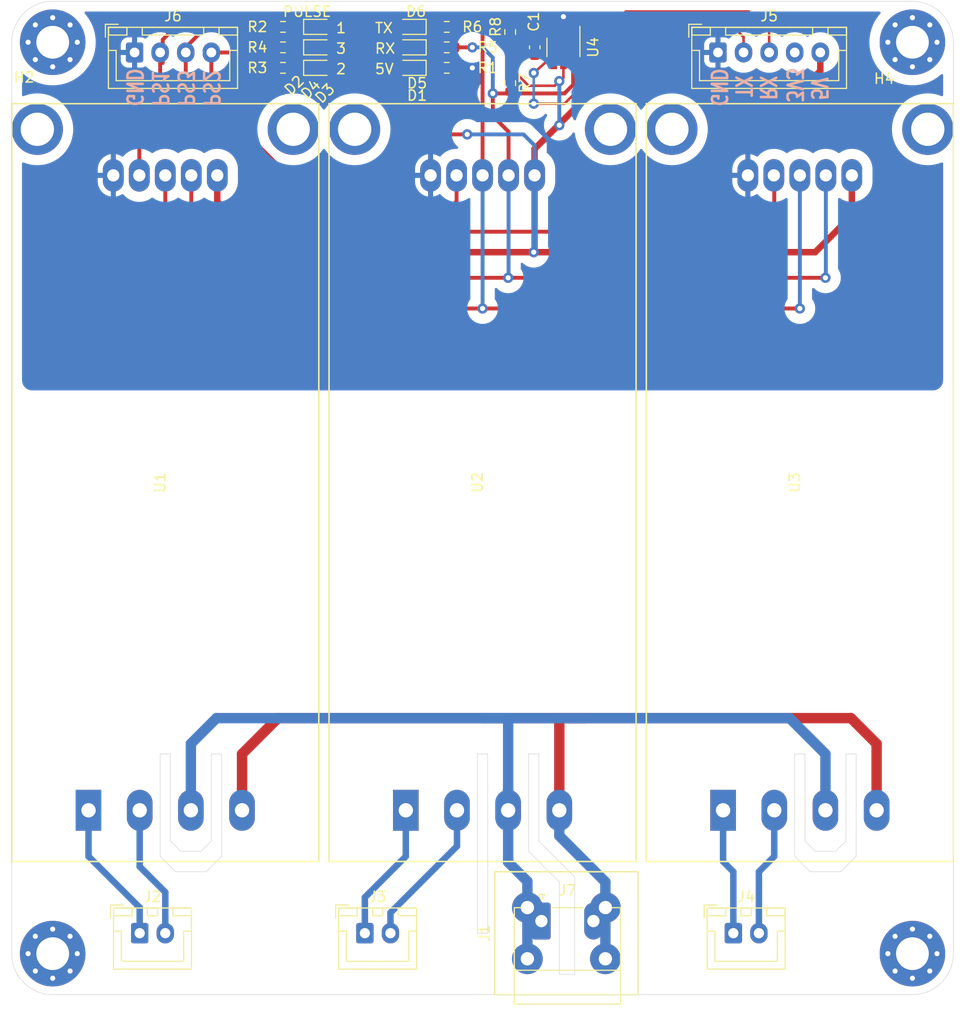
<source format=kicad_pcb>
(kicad_pcb (version 20221018) (generator pcbnew)
  (layers (0 "F.Cu" signal) (31 "B.Cu" signal) (34 "B.Paste" user) (35 "F.Paste" user) (36 "B.SilkS" user "B.Silkscreen") (37 "F.SilkS" user "F.Silkscreen") (38 "B.Mask" user) (39 "F.Mask" user) (44 "Edge.Cuts" user))
  (net 0 "")
  (net 1 "GND")
  (net 2 "+5V")
  (net 3 "+3V3")
  (net 4 "Net-(J3-Pin_1)")
  (net 5 "Net-(J3-Pin_2)")
  (net 6 "Net-(J4-Pin_1)")
  (net 7 "Net-(J1-Pin_1)")
  (net 8 "Net-(D1-K)")
  (net 9 "Net-(D2-K)")
  (net 10 "Net-(D3-K)")
  (net 11 "Net-(D4-K)")
  (net 12 "Net-(D5-K)")
  (net 13 "Net-(D6-K)")
  (net 14 "Net-(J2-Pin_1)")
  (net 15 "Net-(J2-Pin_2)")
  (net 16 "Net-(J4-Pin_2)")
  (net 17 "/TX")
  (net 18 "/RX")
  (net 19 "/BRX")
  (net 20 "/BTX")
  (net 21 "/PPS_2")
  (net 22 "/PPS_3")
  (net 23 "/PPS_1")
  (net 24 "Net-(J1-Pin_2)")
  (footprint "MountingHole:MountingHole_3.2mm_M3_Pad_Via" (layer "F.Cu") (at 88 -93)
    (fp_text reference "H4" (at -2.76 3.556) (layer "F.SilkS"))
    (fp_text value "MountingHole" hide)
    (pad "1" thru_hole circle (at -2.4 0) (size 0.8 0.8) (drill 0.5) (layers "*.Cu" "*.Mask"))
    (pad "1" thru_hole circle (at -1.697056 -1.697056) (size 0.8 0.8) (drill 0.5) (layers "*.Cu" "*.Mask"))
    (pad "1" thru_hole circle (at -1.697056 1.697056) (size 0.8 0.8) (drill 0.5) (layers "*.Cu" "*.Mask"))
    (pad "1" thru_hole circle (at 0 -2.4) (size 0.8 0.8) (drill 0.5) (layers "*.Cu" "*.Mask"))
    (pad "1" thru_hole circle (at 0 0) (size 6.4 6.4) (drill 3.2) (layers "*.Cu" "*.Mask"))
    (pad "1" thru_hole circle (at 0 2.4) (size 0.8 0.8) (drill 0.5) (layers "*.Cu" "*.Mask"))
    (pad "1" thru_hole circle (at 1.697056 -1.697056) (size 0.8 0.8) (drill 0.5) (layers "*.Cu" "*.Mask"))
    (pad "1" thru_hole circle (at 1.697056 1.697056) (size 0.8 0.8) (drill 0.5) (layers "*.Cu" "*.Mask"))
    (pad "1" thru_hole circle (at 2.4 0) (size 0.8 0.8) (drill 0.5) (layers "*.Cu" "*.Mask"))
  )
  (footprint "MountingHole:MountingHole_3.2mm_M3_Pad_Via" (layer "F.Cu") (at 88 -4)
    (fp_text reference "H3" hide)
    (fp_text value "MountingHole")
    (pad "1" thru_hole circle (at -2.4 0) (size 0.8 0.8) (drill 0.5) (layers "*.Cu" "*.Mask"))
    (pad "1" thru_hole circle (at -1.697056 -1.697056) (size 0.8 0.8) (drill 0.5) (layers "*.Cu" "*.Mask"))
    (pad "1" thru_hole circle (at -1.697056 1.697056) (size 0.8 0.8) (drill 0.5) (layers "*.Cu" "*.Mask"))
    (pad "1" thru_hole circle (at 0 -2.4) (size 0.8 0.8) (drill 0.5) (layers "*.Cu" "*.Mask"))
    (pad "1" thru_hole circle (at 0 0) (size 6.4 6.4) (drill 3.2) (layers "*.Cu" "*.Mask"))
    (pad "1" thru_hole circle (at 0 2.4) (size 0.8 0.8) (drill 0.5) (layers "*.Cu" "*.Mask"))
    (pad "1" thru_hole circle (at 1.697056 -1.697056) (size 0.8 0.8) (drill 0.5) (layers "*.Cu" "*.Mask"))
    (pad "1" thru_hole circle (at 1.697056 1.697056) (size 0.8 0.8) (drill 0.5) (layers "*.Cu" "*.Mask"))
    (pad "1" thru_hole circle (at 2.4 0) (size 0.8 0.8) (drill 0.5) (layers "*.Cu" "*.Mask"))
  )
  (footprint "MountingHole:MountingHole_3.2mm_M3_Pad_Via" (layer "F.Cu") (at 4 -93)
    (fp_text reference "H2" (at -2.794 3.429) (layer "F.SilkS"))
    (fp_text value "MountingHole")
    (pad "1" thru_hole circle (at -2.4 0) (size 0.8 0.8) (drill 0.5) (layers "*.Cu" "*.Mask"))
    (pad "1" thru_hole circle (at -1.697056 -1.697056) (size 0.8 0.8) (drill 0.5) (layers "*.Cu" "*.Mask"))
    (pad "1" thru_hole circle (at -1.697056 1.697056) (size 0.8 0.8) (drill 0.5) (layers "*.Cu" "*.Mask"))
    (pad "1" thru_hole circle (at 0 -2.4) (size 0.8 0.8) (drill 0.5) (layers "*.Cu" "*.Mask"))
    (pad "1" thru_hole circle (at 0 0) (size 6.4 6.4) (drill 3.2) (layers "*.Cu" "*.Mask"))
    (pad "1" thru_hole circle (at 0 2.4) (size 0.8 0.8) (drill 0.5) (layers "*.Cu" "*.Mask"))
    (pad "1" thru_hole circle (at 1.697056 -1.697056) (size 0.8 0.8) (drill 0.5) (layers "*.Cu" "*.Mask"))
    (pad "1" thru_hole circle (at 1.697056 1.697056) (size 0.8 0.8) (drill 0.5) (layers "*.Cu" "*.Mask"))
    (pad "1" thru_hole circle (at 2.4 0) (size 0.8 0.8) (drill 0.5) (layers "*.Cu" "*.Mask"))
  )
  (footprint "MountingHole:MountingHole_3.2mm_M3_Pad_Via" (layer "F.Cu") (at 4 -4)
    (fp_text reference "H1" hide)
    (fp_text value "MountingHole")
    (pad "1" thru_hole circle (at -2.4 0) (size 0.8 0.8) (drill 0.5) (layers "*.Cu" "*.Mask"))
    (pad "1" thru_hole circle (at -1.697056 -1.697056) (size 0.8 0.8) (drill 0.5) (layers "*.Cu" "*.Mask"))
    (pad "1" thru_hole circle (at -1.697056 1.697056) (size 0.8 0.8) (drill 0.5) (layers "*.Cu" "*.Mask"))
    (pad "1" thru_hole circle (at 0 -2.4) (size 0.8 0.8) (drill 0.5) (layers "*.Cu" "*.Mask"))
    (pad "1" thru_hole circle (at 0 0) (size 6.4 6.4) (drill 3.2) (layers "*.Cu" "*.Mask"))
    (pad "1" thru_hole circle (at 0 2.4) (size 0.8 0.8) (drill 0.5) (layers "*.Cu" "*.Mask"))
    (pad "1" thru_hole circle (at 1.697056 -1.697056) (size 0.8 0.8) (drill 0.5) (layers "*.Cu" "*.Mask"))
    (pad "1" thru_hole circle (at 1.697056 1.697056) (size 0.8 0.8) (drill 0.5) (layers "*.Cu" "*.Mask"))
    (pad "1" thru_hole circle (at 2.4 0) (size 0.8 0.8) (drill 0.5) (layers "*.Cu" "*.Mask"))
  )
  (footprint "custom:PZEM-004T-100A-D-P" (layer "F.Cu") (at 15 -50 90)
    (fp_text reference "U1" (at 0 -0.5 90 unlocked) (layer "F.SilkS"))
    (fp_text value "~")
    (pad "" thru_hole circle (at 34.5 -12.5 90) (size 5 5) (drill 3.25) (layers "*.Cu" "*.Mask"))
    (pad "" thru_hole circle (at 34.5 12.5 90) (size 5 5) (drill 3.25) (layers "*.Cu" "*.Mask"))
    (pad "1" thru_hole rect (at -32 -7.5 90) (size 4 2.5) (drill 1.4) (layers "*.Cu" "*.Mask") (net 14 "Net-(J2-Pin_1)"))
    (pad "2" thru_hole oval (at -32 -2.5 90) (size 4 2.5) (drill 1.4) (layers "*.Cu" "*.Mask") (net 15 "Net-(J2-Pin_2)"))
    (pad "3" thru_hole oval (at -32 2.5 90) (size 4 2.5) (drill 1.4) (layers "*.Cu" "*.Mask") (net 7 "Net-(J1-Pin_1)"))
    (pad "4" thru_hole oval (at -32 7.5 90) (size 4 2.5) (drill 1.4) (layers "*.Cu" "*.Mask") (net 24 "Net-(J1-Pin_2)"))
    (pad "5" thru_hole oval (at 30 5.08 90) (size 3.175 2.032) (drill 1.2) (layers "*.Cu" "*.Mask") (net 2 "+5V"))
    (pad "6" thru_hole oval (at 30 2.54 90) (size 3.175 2.032) (drill 1.2) (layers "*.Cu" "*.Mask") (net 19 "/BRX"))
    (pad "7" thru_hole oval (at 30 0 90) (size 3.175 2.032) (drill 1.2) (layers "*.Cu" "*.Mask") (net 20 "/BTX"))
    (pad "8" thru_hole oval (at 30 -2.54 90) (size 3.175 2.032) (drill 1.2) (layers "*.Cu" "*.Mask") (net 23 "/PPS_1"))
    (pad "9" thru_hole oval (at 30 -5.08 90) (size 3.175 2.032) (drill 1.2) (layers "*.Cu" "*.Mask") (net 1 "GND"))
  )
  (footprint "Resistor_SMD:R_0603_1608Metric" (layer "F.Cu") (at 42.5 -92.5)
    (fp_text reference "R5" (at 4 0) (layer "F.SilkS"))
    (fp_text value "R_Small")
    (pad "1" smd roundrect (at -0.825 0) (size 0.8 0.95) (layers "F.Cu" "F.Paste" "F.Mask") (net 12 "Net-(D5-K)"))
    (pad "2" smd roundrect (at 0.825 0) (size 0.8 0.95) (layers "F.Cu" "F.Paste" "F.Mask") (net 19 "/BRX"))
  )
  (footprint "Resistor_SMD:R_0603_1608Metric" (layer "F.Cu") (at 26.5 -94.5 180)
    (fp_text reference "R2" (at 2.5 0) (layer "F.SilkS"))
    (fp_text value "R_Small")
    (pad "1" smd roundrect (at -0.825 0 180) (size 0.8 0.95) (layers "F.Cu" "F.Paste" "F.Mask") (net 9 "Net-(D2-K)"))
    (pad "2" smd roundrect (at 0.825 0 180) (size 0.8 0.95) (layers "F.Cu" "F.Paste" "F.Mask") (net 23 "/PPS_1"))
  )
  (footprint "Connector_Phoenix_MC_HighVoltage:PhoenixContact_MC_1,5_2-G-5.08_1x02_P5.08mm_Horizontal" (layer "F.Cu") (at 51.75 -7.1825)
    (fp_text reference "J7" (at 2.54 -3) (layer "F.SilkS"))
    (fp_text value "Conn_01x02")
    (pad "1" thru_hole roundrect (at 0 0) (size 1.8 3.6) (drill 1.2) (layers "*.Cu" "*.Mask") (roundrect_rratio 0.1388888889) (net 7 "Net-(J1-Pin_1)"))
    (pad "2" thru_hole oval (at 5.08 0) (size 1.8 3.6) (drill 1.2) (layers "*.Cu" "*.Mask") (net 24 "Net-(J1-Pin_2)"))
  )
  (footprint "Connector_JST:JST_XH_B2B-XH-A_1x02_P2.50mm_Vertical" (layer "F.Cu") (at 34.5 -6)
    (fp_text reference "J3" (at 1.25 -3.55) (layer "F.SilkS"))
    (fp_text value "Conn_01x04")
    (pad "1" thru_hole roundrect (at 0 0) (size 1.7 2) (drill 1) (layers "*.Cu" "*.Mask") (roundrect_rratio 0.1470588235) (net 4 "Net-(J3-Pin_1)"))
    (pad "2" thru_hole oval (at 2.5 0) (size 1.7 2) (drill 1) (layers "*.Cu" "*.Mask") (net 5 "Net-(J3-Pin_2)"))
  )
  (footprint "Connector_JST:JST_XH_B4B-XH-A_1x04_P2.50mm_Vertical" (layer "F.Cu") (at 12 -92)
    (fp_text reference "J6" (at 3.75 -3.55) (layer "F.SilkS"))
    (fp_text value "Conn_01x05")
    (pad "1" thru_hole roundrect (at 0 0) (size 1.7 1.95) (drill 0.95) (layers "*.Cu" "*.Mask") (roundrect_rratio 0.1470588235) (net 1 "GND"))
    (pad "2" thru_hole oval (at 2.5 0) (size 1.7 1.95) (drill 0.95) (layers "*.Cu" "*.Mask") (net 23 "/PPS_1"))
    (pad "3" thru_hole oval (at 5 0) (size 1.7 1.95) (drill 0.95) (layers "*.Cu" "*.Mask") (net 22 "/PPS_3"))
    (pad "4" thru_hole oval (at 7.5 0) (size 1.7 1.95) (drill 0.95) (layers "*.Cu" "*.Mask") (net 21 "/PPS_2"))
  )
  (footprint "Resistor_SMD:R_0603_1608Metric" (layer "F.Cu") (at 48.7 -89 -90)
    (fp_text reference "R7" (at 0 -1.43 90) (layer "F.SilkS"))
    (fp_text value "R_Small")
    (pad "1" smd roundrect (at -0.825 0 270) (size 0.8 0.95) (layers "F.Cu" "F.Paste" "F.Mask") (net 2 "+5V"))
    (pad "2" smd roundrect (at 0.825 0 270) (size 0.8 0.95) (layers "F.Cu" "F.Paste" "F.Mask") (net 19 "/BRX"))
  )
  (footprint "Connector_JST:JST_XH_B5B-XH-A_1x05_P2.50mm_Vertical" (layer "F.Cu") (at 69 -92)
    (fp_text reference "J5" (at 5 -3.55) (layer "F.SilkS"))
    (fp_text value "Conn_01x05")
    (pad "1" thru_hole roundrect (at 0 0) (size 1.7 1.95) (drill 0.95) (layers "*.Cu" "*.Mask") (roundrect_rratio 0.1470588235) (net 1 "GND"))
    (pad "2" thru_hole oval (at 2.5 0) (size 1.7 1.95) (drill 0.95) (layers "*.Cu" "*.Mask") (net 17 "/TX"))
    (pad "3" thru_hole oval (at 5 0) (size 1.7 1.95) (drill 0.95) (layers "*.Cu" "*.Mask") (net 18 "/RX"))
    (pad "4" thru_hole oval (at 7.5 0) (size 1.7 1.95) (drill 0.95) (layers "*.Cu" "*.Mask") (net 3 "+3V3"))
    (pad "5" thru_hole oval (at 10 0) (size 1.7 1.95) (drill 0.95) (layers "*.Cu" "*.Mask") (net 2 "+5V"))
  )
  (footprint "LED_SMD:LED_0603_1608Metric" (layer "F.Cu") (at 39 -90.5 180)
    (fp_text reference "D1" (at -0.6 -2.7) (layer "F.SilkS"))
    (fp_text value "LED")
    (pad "1" smd roundrect (at -0.7875 0 180) (size 0.875 0.95) (layers "F.Cu" "F.Paste" "F.Mask") (net 8 "Net-(D1-K)"))
    (pad "2" smd roundrect (at 0.7875 0 180) (size 0.875 0.95) (layers "F.Cu" "F.Paste" "F.Mask") (net 2 "+5V"))
  )
  (footprint "Connector_JST:JST_XH_B2B-XH-A_1x02_P2.50mm_Vertical" (layer "F.Cu") (at 70.5 -6)
    (fp_text reference "J4" (at 1.25 -3.55) (layer "F.SilkS"))
    (fp_text value "Conn_01x04")
    (pad "1" thru_hole roundrect (at 0 0) (size 1.7 2) (drill 1) (layers "*.Cu" "*.Mask") (roundrect_rratio 0.1470588235) (net 6 "Net-(J4-Pin_1)"))
    (pad "2" thru_hole oval (at 2.5 0) (size 1.7 2) (drill 1) (layers "*.Cu" "*.Mask") (net 16 "Net-(J4-Pin_2)"))
  )
  (footprint "custom:WE 691411410002 - 2 Pin Wire-To-Board Terminal Block" (layer "F.Cu") (at 54.19 -6 90)
    (fp_text reference "J1" (at 0 -8 90) (layer "F.SilkS"))
    (fp_text value "Conn_01x02")
    (pad "1" thru_hole circle (at -2.5 -3.81 90) (size 3 3) (drill 1.3) (layers "*.Cu" "*.Mask") (net 7 "Net-(J1-Pin_1)"))
    (pad "1" thru_hole circle (at 2.5 -3.81 90) (size 3 3) (drill 1.3) (layers "*.Cu" "*.Mask") (net 7 "Net-(J1-Pin_1)"))
    (pad "2" thru_hole circle (at -2.5 3.81 90) (size 3 3) (drill 1.3) (layers "*.Cu" "*.Mask") (net 24 "Net-(J1-Pin_2)"))
    (pad "2" thru_hole circle (at 2.5 3.81 90) (size 3 3) (drill 1.3) (layers "*.Cu" "*.Mask") (net 24 "Net-(J1-Pin_2)"))
  )
  (footprint "Connector_JST:JST_XH_B2B-XH-A_1x02_P2.50mm_Vertical" (layer "F.Cu") (at 12.5 -6)
    (fp_text reference "J2" (at 1.25 -3.55) (layer "F.SilkS"))
    (fp_text value "Conn_01x04")
    (pad "1" thru_hole roundrect (at 0 0) (size 1.7 2) (drill 1) (layers "*.Cu" "*.Mask") (roundrect_rratio 0.1470588235) (net 14 "Net-(J2-Pin_1)"))
    (pad "2" thru_hole oval (at 2.5 0) (size 1.7 2) (drill 1) (layers "*.Cu" "*.Mask") (net 15 "Net-(J2-Pin_2)"))
  )
  (footprint "Resistor_SMD:R_0603_1608Metric" (layer "F.Cu") (at 42.5 -90.5)
    (fp_text reference "R1" (at 4 0) (layer "F.SilkS"))
    (fp_text value "R_Small")
    (pad "1" smd roundrect (at -0.825 0) (size 0.8 0.95) (layers "F.Cu" "F.Paste" "F.Mask") (net 8 "Net-(D1-K)"))
    (pad "2" smd roundrect (at 0.825 0) (size 0.8 0.95) (layers "F.Cu" "F.Paste" "F.Mask") (net 1 "GND"))
  )
  (footprint "Resistor_SMD:R_0603_1608Metric" (layer "F.Cu") (at 42.5 -94.5)
    (fp_text reference "R6" (at 2.5 0) (layer "F.SilkS"))
    (fp_text value "R_Small")
    (pad "1" smd roundrect (at -0.825 0) (size 0.8 0.95) (layers "F.Cu" "F.Paste" "F.Mask") (net 13 "Net-(D6-K)"))
    (pad "2" smd roundrect (at 0.825 0) (size 0.8 0.95) (layers "F.Cu" "F.Paste" "F.Mask") (net 20 "/BTX"))
  )
  (footprint "Capacitor_SMD:C_0603_1608Metric" (layer "F.Cu") (at 51.1 -92.5 90)
    (fp_text reference "C1" (at 2.5 -0.1 90) (layer "F.SilkS"))
    (fp_text value "0.1u")
    (pad "1" smd roundrect (at -0.775 0 90) (size 0.9 0.95) (layers "F.Cu" "F.Paste" "F.Mask") (net 2 "+5V"))
    (pad "2" smd roundrect (at 0.775 0 90) (size 0.9 0.95) (layers "F.Cu" "F.Paste" "F.Mask") (net 1 "GND"))
  )
  (footprint "Resistor_SMD:R_0603_1608Metric" (layer "F.Cu") (at 48.7 -94 90)
    (fp_text reference "R8" (at 0.5 -1.43 90) (layer "F.SilkS"))
    (fp_text value "R_Small")
    (pad "1" smd roundrect (at -0.825 0 90) (size 0.8 0.95) (layers "F.Cu" "F.Paste" "F.Mask") (net 2 "+5V"))
    (pad "2" smd roundrect (at 0.825 0 90) (size 0.8 0.95) (layers "F.Cu" "F.Paste" "F.Mask") (net 20 "/BTX"))
  )
  (footprint "custom:PZEM-004T-100A-D-P" (layer "F.Cu") (at 46 -50 90)
    (fp_text reference "U2" (at 0 -0.5 90 unlocked) (layer "F.SilkS"))
    (fp_text value "~")
    (pad "" thru_hole circle (at 34.5 -12.5 90) (size 5 5) (drill 3.25) (layers "*.Cu" "*.Mask"))
    (pad "" thru_hole circle (at 34.5 12.5 90) (size 5 5) (drill 3.25) (layers "*.Cu" "*.Mask"))
    (pad "1" thru_hole rect (at -32 -7.5 90) (size 4 2.5) (drill 1.4) (layers "*.Cu" "*.Mask") (net 4 "Net-(J3-Pin_1)"))
    (pad "2" thru_hole oval (at -32 -2.5 90) (size 4 2.5) (drill 1.4) (layers "*.Cu" "*.Mask") (net 5 "Net-(J3-Pin_2)"))
    (pad "3" thru_hole oval (at -32 2.5 90) (size 4 2.5) (drill 1.4) (layers "*.Cu" "*.Mask") (net 7 "Net-(J1-Pin_1)"))
    (pad "4" thru_hole oval (at -32 7.5 90) (size 4 2.5) (drill 1.4) (layers "*.Cu" "*.Mask") (net 24 "Net-(J1-Pin_2)"))
    (pad "5" thru_hole oval (at 30 5.08 90) (size 3.175 2.032) (drill 1.2) (layers "*.Cu" "*.Mask") (net 2 "+5V"))
    (pad "6" thru_hole oval (at 30 2.54 90) (size 3.175 2.032) (drill 1.2) (layers "*.Cu" "*.Mask") (net 19 "/BRX"))
    (pad "7" thru_hole oval (at 30 0 90) (size 3.175 2.032) (drill 1.2) (layers "*.Cu" "*.Mask") (net 20 "/BTX"))
    (pad "8" thru_hole oval (at 30 -2.54 90) (size 3.175 2.032) (drill 1.2) (layers "*.Cu" "*.Mask") (net 21 "/PPS_2"))
    (pad "9" thru_hole oval (at 30 -5.08 90) (size 3.175 2.032) (drill 1.2) (layers "*.Cu" "*.Mask") (net 1 "GND"))
  )
  (footprint "custom:PZEM-004T-100A-D-P" (layer "F.Cu") (at 77 -50 90)
    (fp_text reference "U3" (at 0 -0.5 90 unlocked) (layer "F.SilkS"))
    (fp_text value "~")
    (pad "" thru_hole circle (at 34.5 -12.5 90) (size 5 5) (drill 3.25) (layers "*.Cu" "*.Mask"))
    (pad "" thru_hole circle (at 34.5 12.5 90) (size 5 5) (drill 3.25) (layers "*.Cu" "*.Mask"))
    (pad "1" thru_hole rect (at -32 -7.5 90) (size 4 2.5) (drill 1.4) (layers "*.Cu" "*.Mask") (net 6 "Net-(J4-Pin_1)"))
    (pad "2" thru_hole oval (at -32 -2.5 90) (size 4 2.5) (drill 1.4) (layers "*.Cu" "*.Mask") (net 16 "Net-(J4-Pin_2)"))
    (pad "3" thru_hole oval (at -32 2.5 90) (size 4 2.5) (drill 1.4) (layers "*.Cu" "*.Mask") (net 7 "Net-(J1-Pin_1)"))
    (pad "4" thru_hole oval (at -32 7.5 90) (size 4 2.5) (drill 1.4) (layers "*.Cu" "*.Mask") (net 24 "Net-(J1-Pin_2)"))
    (pad "5" thru_hole oval (at 30 5.08 90) (size 3.175 2.032) (drill 1.2) (layers "*.Cu" "*.Mask") (net 2 "+5V"))
    (pad "6" thru_hole oval (at 30 2.54 90) (size 3.175 2.032) (drill 1.2) (layers "*.Cu" "*.Mask") (net 19 "/BRX"))
    (pad "7" thru_hole oval (at 30 0 90) (size 3.175 2.032) (drill 1.2) (layers "*.Cu" "*.Mask") (net 20 "/BTX"))
    (pad "8" thru_hole oval (at 30 -2.54 90) (size 3.175 2.032) (drill 1.2) (layers "*.Cu" "*.Mask") (net 22 "/PPS_3"))
    (pad "9" thru_hole oval (at 30 -5.08 90) (size 3.175 2.032) (drill 1.2) (layers "*.Cu" "*.Mask") (net 1 "GND"))
  )
  (footprint "LED_SMD:LED_0603_1608Metric" (layer "F.Cu") (at 39 -92.5 180)
    (fp_text reference "D5" (at -0.6 -3.5) (layer "F.SilkS"))
    (fp_text value "LED")
    (pad "1" smd roundrect (at -0.7875 0 180) (size 0.875 0.95) (layers "F.Cu" "F.Paste" "F.Mask") (net 12 "Net-(D5-K)"))
    (pad "2" smd roundrect (at 0.7875 0 180) (size 0.875 0.95) (layers "F.Cu" "F.Paste" "F.Mask") (net 2 "+5V"))
  )
  (footprint "LED_SMD:LED_0603_1608Metric" (layer "F.Cu") (at 30 -90.5)
    (fp_text reference "D3" (at 0.6 2.5 45) (layer "F.SilkS"))
    (fp_text value "LED")
    (pad "1" smd roundrect (at -0.7875 0) (size 0.875 0.95) (layers "F.Cu" "F.Paste" "F.Mask") (net 10 "Net-(D3-K)"))
    (pad "2" smd roundrect (at 0.7875 0) (size 0.875 0.95) (layers "F.Cu" "F.Paste" "F.Mask") (net 2 "+5V"))
  )
  (footprint "Resistor_SMD:R_0603_1608Metric" (layer "F.Cu") (at 26.5 -92.5 180)
    (fp_text reference "R4" (at 2.5 0) (layer "F.SilkS"))
    (fp_text value "R_Small")
    (pad "1" smd roundrect (at -0.825 0 180) (size 0.8 0.95) (layers "F.Cu" "F.Paste" "F.Mask") (net 11 "Net-(D4-K)"))
    (pad "2" smd roundrect (at 0.825 0 180) (size 0.8 0.95) (layers "F.Cu" "F.Paste" "F.Mask") (net 22 "/PPS_3"))
  )
  (footprint "LED_SMD:LED_0603_1608Metric" (layer "F.Cu") (at 30 -92.5)
    (fp_text reference "D4" (at -0.8 4.1 45) (layer "F.SilkS"))
    (fp_text value "LED")
    (pad "1" smd roundrect (at -0.7875 0) (size 0.875 0.95) (layers "F.Cu" "F.Paste" "F.Mask") (net 11 "Net-(D4-K)"))
    (pad "2" smd roundrect (at 0.7875 0) (size 0.875 0.95) (layers "F.Cu" "F.Paste" "F.Mask") (net 2 "+5V"))
  )
  (footprint "Package_TO_SOT_SMD:SOT-23-6_Handsoldering" (layer "F.Cu") (at 53.9 -92.5 -90)
    (fp_text reference "U4" (at 0 -2.9 -90) (layer "F.SilkS"))
    (fp_text value "74AUC2G07")
    (pad "1" smd rect (at -1.35 -0.95 270) (size 1.56 0.65) (layers "F.Cu" "F.Paste" "F.Mask") (net 18 "/RX"))
    (pad "2" smd rect (at -1.35 0 270) (size 1.56 0.65) (layers "F.Cu" "F.Paste" "F.Mask") (net 1 "GND"))
    (pad "3" smd rect (at -1.35 0.95 270) (size 1.56 0.65) (layers "F.Cu" "F.Paste" "F.Mask") (net 20 "/BTX"))
    (pad "4" smd rect (at 1.35 0.95 270) (size 1.56 0.65) (layers "F.Cu" "F.Paste" "F.Mask") (net 17 "/TX"))
    (pad "5" smd rect (at 1.35 0 270) (size 1.56 0.65) (layers "F.Cu" "F.Paste" "F.Mask") (net 2 "+5V"))
    (pad "6" smd rect (at 1.35 -0.95 270) (size 1.56 0.65) (layers "F.Cu" "F.Paste" "F.Mask") (net 19 "/BRX"))
  )
  (footprint "LED_SMD:LED_0603_1608Metric" (layer "F.Cu") (at 39 -94.5 180)
    (fp_text reference "D6" (at -0.5 1.5) (layer "F.SilkS"))
    (fp_text value "LED")
    (pad "1" smd roundrect (at -0.7875 0 180) (size 0.875 0.95) (layers "F.Cu" "F.Paste" "F.Mask") (net 13 "Net-(D6-K)"))
    (pad "2" smd roundrect (at 0.7875 0 180) (size 0.875 0.95) (layers "F.Cu" "F.Paste" "F.Mask") (net 2 "+5V"))
  )
  (footprint "Resistor_SMD:R_0603_1608Metric" (layer "F.Cu") (at 26.5 -90.5 180)
    (fp_text reference "R3" (at 2.5 0) (layer "F.SilkS"))
    (fp_text value "R_Small")
    (pad "1" smd roundrect (at -0.825 0 180) (size 0.8 0.95) (layers "F.Cu" "F.Paste" "F.Mask") (net 10 "Net-(D3-K)"))
    (pad "2" smd roundrect (at 0.825 0 180) (size 0.8 0.95) (layers "F.Cu" "F.Paste" "F.Mask") (net 21 "/PPS_2"))
  )
  (footprint "LED_SMD:LED_0603_1608Metric" (layer "F.Cu") (at 30 -94.5)
    (fp_text reference "D2" (at -2.4 5.7 45) (layer "F.SilkS"))
    (fp_text value "LED")
    (pad "1" smd roundrect (at -0.7875 0) (size 0.875 0.95) (layers "F.Cu" "F.Paste" "F.Mask") (net 9 "Net-(D2-K)"))
    (pad "2" smd roundrect (at 0.7875 0) (size 0.875 0.95) (layers "F.Cu" "F.Paste" "F.Mask") (net 2 "+5V"))
  )
  (gr_line (start 51.5 -23.5) (end 50.5 -23.5) (stroke (width 0.05)) (layer "Edge.Cuts"))
  (gr_line (start 19.5 -15) (end 18.5 -14) (stroke (width 0.05)) (layer "Edge.Cuts"))
  (gr_line (start 82.5 -13.5) (end 81 -12) (stroke (width 0.05)) (layer "Edge.Cuts"))
  (gr_line (start 80.5 -14) (end 78.5 -14) (stroke (width 0.05)) (layer "Edge.Cuts"))
  (gr_line (start 45.5 -23.5) (end 45.5 -6) (stroke (width 0.05)) (layer "Edge.Cuts"))
  (gr_line (start 15.5 -15) (end 15.5 -23.5) (stroke (width 0.05)) (layer "Edge.Cuts"))
  (gr_line (start 4 0) (end 88 0) (stroke (width 0.05)) (layer "Edge.Cuts"))
  (gr_line (start 81 -12) (end 78 -12) (stroke (width 0.05)) (layer "Edge.Cuts"))
  (gr_line (start 50.5 -14) (end 53.5 -11) (stroke (width 0.05)) (layer "Edge.Cuts"))
  (gr_line (start 16.5 -14) (end 15.5 -15) (stroke (width 0.05)) (layer "Edge.Cuts"))
  (gr_line (start 20.5 -13.5) (end 19 -12) (stroke (width 0.05)) (layer "Edge.Cuts"))
  (gr_arc (start 4 0) (mid 1.171573 -1.171573) (end 0 -4) (stroke (width 0.05)) (layer "Edge.Cuts"))
  (gr_line (start 18.5 -14) (end 16.5 -14) (stroke (width 0.05)) (layer "Edge.Cuts"))
  (gr_line (start 76.5 -23.5) (end 76.5 -13.5) (stroke (width 0.05)) (layer "Edge.Cuts"))
  (gr_arc (start 88 -97) (mid 90.828427 -95.828427) (end 92 -93) (stroke (width 0.05)) (layer "Edge.Cuts"))
  (gr_line (start 81.5 -15) (end 80.5 -14) (stroke (width 0.05)) (layer "Edge.Cuts"))
  (gr_line (start 78 -12) (end 76.5 -13.5) (stroke (width 0.05)) (layer "Edge.Cuts"))
  (gr_line (start 78.5 -14) (end 77.5 -15) (stroke (width 0.05)) (layer "Edge.Cuts"))
  (gr_line (start 20.5 -13.5) (end 20.5 -23.5) (stroke (width 0.05)) (layer "Edge.Cuts"))
  (gr_line (start 88 -97) (end 4 -97) (stroke (width 0.05)) (layer "Edge.Cuts"))
  (gr_line (start 82.5 -13.5) (end 82.5 -23.5) (stroke (width 0.05)) (layer "Edge.Cuts"))
  (gr_line (start 16 -12) (end 14.5 -13.5) (stroke (width 0.05)) (layer "Edge.Cuts"))
  (gr_line (start 77.5 -23.5) (end 76.5 -23.5) (stroke (width 0.05)) (layer "Edge.Cuts"))
  (gr_line (start 46.5 -6) (end 46.5 -23.5) (stroke (width 0.05)) (layer "Edge.Cuts"))
  (gr_line (start 81.5 -23.5) (end 81.5 -15) (stroke (width 0.05)) (layer "Edge.Cuts"))
  (gr_arc (start 0 -93) (mid 1.171573 -95.828427) (end 4 -97) (stroke (width 0.05)) (layer "Edge.Cuts"))
  (gr_line (start 53.5 -2) (end 55 -2) (stroke (width 0.05)) (layer "Edge.Cuts"))
  (gr_line (start 46.5 -6) (end 45.5 -6) (stroke (width 0.05)) (layer "Edge.Cuts"))
  (gr_line (start 53.5 -11) (end 53.5 -2) (stroke (width 0.05)) (layer "Edge.Cuts"))
  (gr_line (start 19 -12) (end 16 -12) (stroke (width 0.05)) (layer "Edge.Cuts"))
  (gr_line (start 51.5 -15) (end 51.5 -23.5) (stroke (width 0.05)) (layer "Edge.Cuts"))
  (gr_line (start 46.5 -23.5) (end 45.5 -23.5) (stroke (width 0.05)) (layer "Edge.Cuts"))
  (gr_arc (start 92 -4) (mid 90.828427 -1.171573) (end 88 0) (stroke (width 0.05)) (layer "Edge.Cuts"))
  (gr_line (start 55 -11.5) (end 51.5 -15) (stroke (width 0.05)) (layer "Edge.Cuts"))
  (gr_line (start 92 -4) (end 92 -93) (stroke (width 0.05)) (layer "Edge.Cuts"))
  (gr_line (start 15.5 -23.5) (end 14.5 -23.5) (stroke (width 0.05)) (layer "Edge.Cuts"))
  (gr_line (start 50.5 -23.5) (end 50.5 -14) (stroke (width 0.05)) (layer "Edge.Cuts"))
  (gr_line (start 82.5 -23.5) (end 81.5 -23.5) (stroke (width 0.05)) (layer "Edge.Cuts"))
  (gr_line (start 20.5 -23.5) (end 19.5 -23.5) (stroke (width 0.05)) (layer "Edge.Cuts"))
  (gr_line (start 0 -93) (end 0 -4) (stroke (width 0.05)) (layer "Edge.Cuts"))
  (gr_line (start 55 -2) (end 55 -11.5) (stroke (width 0.05)) (layer "Edge.Cuts"))
  (gr_line (start 14.5 -23.5) (end 14.5 -13.5) (stroke (width 0.05)) (layer "Edge.Cuts"))
  (gr_line (start 77.5 -15) (end 77.5 -23.5) (stroke (width 0.05)) (layer "Edge.Cuts"))
  (gr_line (start 19.5 -23.5) (end 19.5 -15) (stroke (width 0.05)) (layer "Edge.Cuts"))
  (gr_text "PS2" (at 18.6 -86.6 270) (layer "B.SilkS") (effects (font (size 1.5 1.2) (thickness 0.25) bold) (justify left bottom mirror)))
  (gr_text "PS3" (at 16.1 -86.6 270) (layer "B.SilkS") (effects (font (size 1.5 1.2) (thickness 0.25) bold) (justify left bottom mirror)))
  (gr_text "PS1" (at 13.6 -86.6 270) (layer "B.SilkS") (effects (font (size 1.5 1.2) (thickness 0.25) bold) (justify left bottom mirror)))
  (gr_text "GND" (at 11.1 -86.6 270) (layer "B.SilkS") (effects (font (size 1.5 1.2) (thickness 0.25) bold) (justify left bottom mirror)))
  (gr_text "5V" (at 78 -87.2 270) (layer "B.SilkS") (effects (font (size 1.5 1.2) (thickness 0.25) bold) (justify left bottom mirror)))
  (gr_text "TX" (at 70.6 -87.5 270) (layer "B.SilkS") (effects (font (size 1.5 1.2) (thickness 0.25) bold) (justify left bottom mirror)))
  (gr_text "RX" (at 73 -87.2 270) (layer "B.SilkS") (effects (font (size 1.5 1.2) (thickness 0.25) bold) (justify left bottom mirror)))
  (gr_text "3V3" (at 75.6 -87 270) (layer "B.SilkS") (effects (font (size 1.5 1.2) (thickness 0.25) bold) (justify left bottom mirror)))
  (gr_text "GND" (at 68.2 -86.6 270) (layer "B.SilkS") (effects (font (size 1.5 1.2) (thickness 0.25) bold) (justify left bottom mirror)))
  (gr_text "RX" (at 35.4 -91.8) (layer "F.SilkS") (effects (font (size 1 1)) (justify left bottom)))
  (gr_text "2" (at 31.6 -89.8) (layer "F.SilkS") (effects (font (size 1 1)) (justify left bottom)))
  (gr_text "PULSE" (at 26.4 -95.4) (layer "F.SilkS") (effects (font (size 1 1)) (justify left bottom)))
  (gr_text "3" (at 31.6 -91.8) (layer "F.SilkS") (effects (font (size 1 1)) (justify left bottom)))
  (gr_text "1" (at 31.6 -93.8) (layer "F.SilkS") (effects (font (size 1 1)) (justify left bottom)))
  (gr_text "5V" (at 35.4 -89.8) (layer "F.SilkS") (effects (font (size 1 1)) (justify left bottom)))
  (gr_text "TX" (at 35.4 -93.8) (layer "F.SilkS") (effects (font (size 1 1)) (justify left bottom)))
  (segment (start 53.7 -92.7) (end 52.9 -92.7) (width 0.25) (layer "F.Cu") (net 1))
  (segment (start 53.9 -93.83) (end 53.9 -92.9) (width 0.25) (layer "F.Cu") (net 1))
  (segment (start 51.1 -93.275) (end 51.675 -92.7) (width 0.25) (layer "F.Cu") (net 1))
  (segment (start 52.5 -92.7) (end 52.9 -92.7) (width 0.25) (layer "F.Cu") (net 1))
  (segment (start 53.9 -92.9) (end 53.7 -92.7) (width 0.25) (layer "F.Cu") (net 1))
  (segment (start 52.275 -92.7) (end 52.5 -92.7) (width 0.25) (layer "F.Cu") (net 1))
  (segment (start 53.9 -93.83) (end 53.9 -95.5) (width 0.25) (layer "F.Cu") (net 1))
  (segment (start 43.325 -90.5) (end 45 -90.5) (width 0.25) (layer "F.Cu") (net 1))
  (segment (start 51.675 -92.7) (end 52.5 -92.7) (width 0.25) (layer "F.Cu") (net 1))
  (via (at 53.9 -95.5) (size 1) (drill 0.5) (layers "F.Cu" "B.Cu") (net 1))
  (via (at 45 -90.5) (size 1) (drill 0.5) (layers "F.Cu" "B.Cu") (net 1))
  (segment (start 53.9 -91.17) (end 53.9 -89.5) (width 0.25) (layer "F.Cu") (net 2))
  (segment (start 78.5 -72.5) (end 82.08 -76.08) (width 0.635) (layer "F.Cu") (net 2))
  (segment (start 57.5 -89) (end 51.08 -82.58) (width 0.635) (layer "F.Cu") (net 2))
  (segment (start 38.2125 -87.2875) (end 41.5 -84) (width 0.381) (layer "F.Cu") (net 2))
  (segment (start 20.08 -77.42) (end 25 -72.5) (width 0.635) (layer "F.Cu") (net 2))
  (segment (start 53.9 -92.1) (end 53.75 -92.25) (width 0.25) (layer "F.Cu") (net 2))
  (segment (start 51.5 -72.5) (end 78.5 -72.5) (width 0.635) (layer "F.Cu") (net 2))
  (segment (start 79 -90.2) (end 77.8 -89) (width 0.635) (layer "F.Cu") (net 2))
  (segment (start 20.08 -80) (end 20.08 -77.42) (width 0.635) (layer "F.Cu") (net 2))
  (segment (start 51.08 -82.58) (end 51.08 -80) (width 0.635) (layer "F.Cu") (net 2))
  (segment (start 52.9 -92.25) (end 51.625 -92.25) (width 0.25) (layer "F.Cu") (net 2))
  (segment (start 51.625 -92.25) (end 51.1 -91.725) (width 0.25) (layer "F.Cu") (net 2))
  (segment (start 48.7 -93.175) (end 48.7 -92) (width 0.25) (layer "F.Cu") (net 2))
  (segment (start 52.9 -92.25) (end 52.225 -92.25) (width 0.25) (layer "F.Cu") (net 2))
  (segment (start 48.7 -92) (end 48.7 -89.825) (width 0.25) (layer "F.Cu") (net 2))
  (segment (start 53.9 -91.17) (end 53.9 -92.1) (width 0.25) (layer "F.Cu") (net 2))
  (segment (start 79 -92) (end 79 -90.2) (width 0.635) (layer "F.Cu") (net 2))
  (segment (start 50.5 -88.75) (end 53.05 -88.75) (width 0.25) (layer "F.Cu") (net 2))
  (segment (start 25 -72.5) (end 51 -72.5) (width 0.635) (layer "F.Cu") (net 2))
  (segment (start 53.05 -88.75) (end 53.5 -89.2) (width 0.25) (layer "F.Cu") (net 2))
  (segment (start 49.425 -89.825) (end 50.5 -88.75) (width 0.25) (layer "F.Cu") (net 2))
  (segment (start 41.5 -84) (end 44.5 -84) (width 0.381) (layer "F.Cu") (net 2))
  (segment (start 30.7875 -90.5) (end 38.2125 -90.5) (width 0.381) (layer "F.Cu") (net 2))
  (segment (start 38.2125 -94.5) (end 38.2125 -87.2875) (width 0.381) (layer "F.Cu") (net 2))
  (segment (start 48.7 -91.725) (end 48.7 -92) (width 0.25) (layer "F.Cu") (net 2))
  (segment (start 77.8 -89) (end 57.5 -89) (width 0.635) (layer "F.Cu") (net 2))
  (segment (start 48.7 -89.825) (end 49.425 -89.825) (width 0.25) (layer "F.Cu") (net 2))
  (segment (start 82.08 -76.08) (end 82.08 -80) (width 0.635) (layer "F.Cu") (net 2))
  (segment (start 30.7875 -94.5) (end 30.7875 -90.5) (width 0.381) (layer "F.Cu") (net 2))
  (segment (start 53.75 -92.25) (end 52.9 -92.25) (width 0.25) (layer "F.Cu") (net 2))
  (via (at 53.5 -89.2) (size 1) (drill 0.5) (layers "F.Cu" "B.Cu") (net 2))
  (via (at 44.5 -84) (size 1) (drill 0.5) (layers "F.Cu" "B.Cu") (net 2))
  (via (at 53.5 -84.9) (size 1) (drill 0.5) (layers "F.Cu" "B.Cu") (net 2))
  (via (at 51 -72.5) (size 1) (drill 0.5) (layers "F.Cu" "B.Cu") (net 2))
  (segment (start 44.5 -84) (end 50 -84) (width 0.381) (layer "B.Cu") (net 2))
  (segment (start 53.5 -89.2) (end 53.5 -84.9) (width 0.381) (layer "B.Cu") (net 2))
  (segment (start 51.08 -82.92) (end 51.08 -80) (width 0.381) (layer "B.Cu") (net 2))
  (segment (start 51.08 -80) (end 51.08 -72.58) (width 0.635) (layer "B.Cu") (net 2))
  (segment (start 51.08 -72.58) (end 51 -72.5) (width 0.635) (layer "B.Cu") (net 2))
  (segment (start 50 -84) (end 51.08 -82.92) (width 0.381) (layer "B.Cu") (net 2))
  (segment (start 38.5 -13.5) (end 34.5 -9.5) (width 0.635) (layer "B.Cu") (net 4))
  (segment (start 34.5 -9.5) (end 34.5 -6) (width 0.635) (layer "B.Cu") (net 4))
  (segment (start 38.5 -18) (end 38.5 -13.5) (width 0.635) (layer "B.Cu") (net 4))
  (segment (start 43.5 -18) (end 43.5 -14.5) (width 0.635) (layer "B.Cu") (net 5))
  (segment (start 43.5 -14.5) (end 37 -8) (width 0.635) (layer "B.Cu") (net 5))
  (segment (start 37 -8) (end 37 -6) (width 0.635) (layer "B.Cu") (net 5))
  (segment (start 69.5 -13) (end 70.5 -12) (width 0.635) (layer "B.Cu") (net 6))
  (segment (start 69.5 -18) (end 69.5 -13) (width 0.635) (layer "B.Cu") (net 6))
  (segment (start 70.5 -6) (end 70.5 -12) (width 0.635) (layer "B.Cu") (net 6))
  (segment (start 79.5 -18) (end 79.5 -23.5) (width 1.016) (layer "B.Cu") (net 7))
  (segment (start 48.5 -20) (end 48.5 -12.94) (width 1.016) (layer "B.Cu") (net 7))
  (segment (start 48.5 -20) (end 48.5 -27) (width 1.016) (layer "B.Cu") (net 7))
  (segment (start 50.38 -8.5) (end 50.38 -3.5) (width 1.016) (layer "B.Cu") (net 7))
  (segment (start 46 -27) (end 20 -27) (width 1.016) (layer "B.Cu") (net 7))
  (segment (start 48.5 -27) (end 46 -27) (width 1.016) (layer "B.Cu") (net 7))
  (segment (start 17.5 -24.5) (end 17.5 -18) (width 1.016) (layer "B.Cu") (net 7))
  (segment (start 48.5 -18) (end 48.5 -20) (width 1.016) (layer "B.Cu") (net 7))
  (segment (start 76 -27) (end 46 -27) (width 1.016) (layer "B.Cu") (net 7))
  (segment (start 79.5 -23.5) (end 76 -27) (width 1.016) (layer "B.Cu") (net 7))
  (segment (start 50.38 -11.06) (end 50.38 -8.5) (width 1.016) (layer "B.Cu") (net 7))
  (segment (start 20 -27) (end 17.5 -24.5) (width 1.016) (layer "B.Cu") (net 7))
  (segment (start 48.5 -12.94) (end 50.38 -11.06) (width 1.016) (layer "B.Cu") (net 7))
  (segment (start 39.7875 -90.5) (end 41.675 -90.5) (width 0.25) (layer "F.Cu") (net 8))
  (segment (start 27.325 -94.5) (end 29.2125 -94.5) (width 0.381) (layer "F.Cu") (net 9))
  (segment (start 27.325 -90.5) (end 29.2125 -90.5) (width 0.381) (layer "F.Cu") (net 10))
  (segment (start 29.2125 -92.5) (end 27.325 -92.5) (width 0.381) (layer "F.Cu") (net 11))
  (segment (start 39.7875 -92.5) (end 41.675 -92.5) (width 0.25) (layer "F.Cu") (net 12))
  (segment (start 39.7875 -94.5) (end 41.675 -94.5) (width 0.25) (layer "F.Cu") (net 13))
  (segment (start 12.5 -8.5) (end 7.5 -13.5) (width 0.635) (layer "B.Cu") (net 14))
  (segment (start 7.5 -13.5) (end 7.5 -18) (width 0.635) (layer "B.Cu") (net 14))
  (segment (start 12.5 -6) (end 12.5 -8.5) (width 0.635) (layer "B.Cu") (net 14))
  (segment (start 15 -10) (end 15 -6) (width 0.635) (layer "B.Cu") (net 15))
  (segment (start 12.5 -12.5) (end 15 -10) (width 0.635) (layer "B.Cu") (net 15))
  (segment (start 12.5 -18) (end 12.5 -12.5) (width 0.635) (layer "B.Cu") (net 15))
  (segment (start 74.5 -18) (end 74.5 -13.5) (width 0.635) (layer "B.Cu") (net 16))
  (segment (start 74.5 -13.5) (end 73 -12) (width 0.635) (layer "B.Cu") (net 16))
  (segment (start 73 -6) (end 73 -12) (width 0.635) (layer "B.Cu") (net 16))
  (segment (start 61.8 -94.8) (end 68.2 -94.8) (width 0.25) (layer "F.Cu") (net 17))
  (segment (start 71.5 -93.5) (end 70.2 -94.8) (width 0.25) (layer "F.Cu") (net 17))
  (segment (start 51 -90) (end 51.9 -90.8) (width 0.25) (layer "F.Cu") (net 17))
  (segment (start 51 -87) (end 54 -87) (width 0.25) (layer "F.Cu") (net 17))
  (segment (start 51.9 -90.8) (end 52.25 -91.15) (width 0.25) (layer "F.Cu") (net 17))
  (segment (start 52.25 -91.15) (end 52.95 -91.15) (width 0.25) (layer "F.Cu") (net 17))
  (segment (start 70.2 -94.8) (end 68.2 -94.8) (width 0.25) (layer "F.Cu") (net 17))
  (segment (start 54 -87) (end 61.8 -94.8) (width 0.25) (layer "F.Cu") (net 17))
  (segment (start 71.5 -92) (end 71.5 -93.5) (width 0.25) (layer "F.Cu") (net 17))
  (via (at 51 -87) (size 1) (drill 0.5) (layers "F.Cu" "B.Cu") (net 17))
  (via (at 51 -90) (size 1) (drill 0.5) (layers "F.Cu" "B.Cu") (net 17))
  (segment (start 51 -87) (end 51 -90) (width 0.25) (layer "B.Cu") (net 17))
  (segment (start 54.85 -93.85) (end 57.85 -93.85) (width 0.25) (layer "F.Cu") (net 18))
  (segment (start 57.85 -93.85) (end 60 -96) (width 0.25) (layer "F.Cu") (net 18))
  (segment (start 60 -96) (end 72 -96) (width 0.25) (layer "F.Cu") (net 18))
  (segment (start 74 -94) (end 74 -92) (width 0.25) (layer "F.Cu") (net 18))
  (segment (start 72 -96) (end 74 -94) (width 0.25) (layer "F.Cu") (net 18))
  (segment (start 17.54 -80) (end 17.54 -76.96) (width 0.381) (layer "F.Cu") (net 19))
  (segment (start 43.325 -92.5) (end 45 -92.5) (width 0.381) (layer "F.Cu") (net 19))
  (segment (start 54.85 -88.85) (end 54.85 -91.15) (width 0.381) (layer "F.Cu") (net 19))
  (segment (start 48.54 -84.26) (end 48.54 -80) (width 0.381) (layer "F.Cu") (net 19))
  (segment (start 17.54 -76.96) (end 24.5 -70) (width 0.381) (layer "F.Cu") (net 19))
  (segment (start 47 -88) (end 47 -85.8) (width 0.381) (layer "F.Cu") (net 19))
  (segment (start 54 -88) (end 54.85 -88.85) (width 0.381) (layer "F.Cu") (net 19))
  (segment (start 24.5 -70) (end 48.5 -70) (width 0.381) (layer "F.Cu") (net 19))
  (segment (start 48.5 -70) (end 79.5 -70) (width 0.381) (layer "F.Cu") (net 19))
  (segment (start 54 -88) (end 47 -88) (width 0.381) (layer "F.Cu") (net 19))
  (segment (start 47 -85.8) (end 48.54 -84.26) (width 0.381) (layer "F.Cu") (net 19))
  (via (at 79.5 -70) (size 1) (drill 0.5) (layers "F.Cu" "B.Cu") (net 19))
  (via (at 48.5 -70) (size 1) (drill 0.5) (layers "F.Cu" "B.Cu") (net 19))
  (via (at 45 -92.5) (size 1) (drill 0.5) (layers "F.Cu" "B.Cu") (net 19))
  (via (at 47 -88) (size 1) (drill 0.5) (layers "F.Cu" "B.Cu") (net 19))
  (segment (start 79.54 -80) (end 79.54 -70.04) (width 0.381) (layer "B.Cu") (net 19))
  (segment (start 46 -92.5) (end 47 -91.5) (width 0.381) (layer "B.Cu") (net 19))
  (segment (start 79.54 -70.04) (end 79.5 -70) (width 0.381) (layer "B.Cu") (net 19))
  (segment (start 48.54 -80) (end 48.54 -70.04) (width 0.381) (layer "B.Cu") (net 19))
  (segment (start 48.54 -70.04) (end 48.5 -70) (width 0.381) (layer "B.Cu") (net 19))
  (segment (start 47 -91.5) (end 47 -88) (width 0.381) (layer "B.Cu") (net 19))
  (segment (start 45 -92.5) (end 46 -92.5) (width 0.381) (layer "B.Cu") (net 19))
  (segment (start 52.95 -93.85) (end 52.95 -94.95) (width 0.25) (layer "F.Cu") (net 20))
  (segment (start 48.7 -94.825) (end 46.325 -94.825) (width 0.381) (layer "F.Cu") (net 20))
  (segment (start 52.95 -94.95) (end 52.5 -95.4) (width 0.25) (layer "F.Cu") (net 20))
  (segment (start 46 -94.5) (end 43.325 -94.5) (width 0.381) (layer "F.Cu") (net 20))
  (segment (start 49.3 -95.4) (end 48.9 -95) (width 0.25) (layer "F.Cu") (net 20))
  (segment (start 15 -80) (end 15 -76) (width 0.381) (layer "F.Cu") (net 20))
  (segment (start 52.5 -95.4) (end 49.3 -95.4) (width 0.25) (layer "F.Cu") (net 20))
  (segment (start 46 -94.5) (end 46 -80) (width 0.381) (layer "F.Cu") (net 20))
  (segment (start 46.325 -94.825) (end 46 -94.5) (width 0.381) (layer "F.Cu") (net 20))
  (segment (start 24 -67) (end 46 -67) (width 0.381) (layer "F.Cu") (net 20))
  (segment (start 15 -76) (end 24 -67) (width 0.381) (layer "F.Cu") (net 20))
  (segment (start 46 -67) (end 77 -67) (width 0.381) (layer "F.Cu") (net 20))
  (via (at 77 -67) (size 1) (drill 0.5) (layers "F.Cu" "B.Cu") (net 20))
  (via (at 46 -67) (size 1) (drill 0.5) (layers "F.Cu" "B.Cu") (net 20))
  (segment (start 46 -80) (end 46 -67) (width 0.381) (layer "B.Cu") (net 20))
  (segment (start 77 -80) (end 77 -67) (width 0.381) (layer "B.Cu") (net 20))
  (segment (start 19.5 -87.5) (end 20.5 -86.5) (width 0.381) (layer "F.Cu") (net 21))
  (segment (start 22.2 -92) (end 19.5 -92) (width 0.381) (layer "F.Cu") (net 21))
  (segment (start 43.46 -77.46) (end 43.46 -80) (width 0.381) (layer "F.Cu") (net 21))
  (segment (start 20.5 -86.5) (end 22 -85) (width 0.381) (layer "F.Cu") (net 21))
  (segment (start 22 -85) (end 30.5 -76.5) (width 0.381) (layer "F.Cu") (net 21))
  (segment (start 19.5 -92) (end 19.5 -87.5) (width 0.381) (layer "F.Cu") (net 21))
  (segment (start 30.5 -76.5) (end 42.5 -76.5) (width 0.381) (layer "F.Cu") (net 21))
  (segment (start 24.4 -90.5) (end 23.7 -90.5) (width 0.381) (layer "F.Cu") (net 21))
  (segment (start 24.4 -90.5) (end 25.675 -90.5) (width 0.381) (layer "F.Cu") (net 21))
  (segment (start 23.7 -90.5) (end 22.2 -92) (width 0.381) (layer "F.Cu") (net 21))
  (segment (start 42.5 -76.5) (end 43.46 -77.46) (width 0.381) (layer "F.Cu") (net 21))
  (segment (start 17 -87) (end 18.8 -85.2) (width 0.381) (layer "F.Cu") (net 22))
  (segment (start 22.1 -94.4) (end 24 -92.5) (width 0.381) (layer "F.Cu") (net 22))
  (segment (start 17.25 -92.75) (end 18.9 -94.4) (width 0.381) (layer "F.Cu") (net 22))
  (segment (start 24 -92.5) (end 25.675 -92.5) (width 0.381) (layer "F.Cu") (net 22))
  (segment (start 18.8 -85.2) (end 29.5 -74.5) (width 0.381) (layer "F.Cu") (net 22))
  (segment (start 73 -74.5) (end 74.5 -76) (width 0.381) (layer "F.Cu") (net 22))
  (segment (start 29.5 -74.5) (end 73 -74.5) (width 0.381) (layer "F.Cu") (net 22))
  (segment (start 74.5 -79.96) (end 74.46 -80) (width 0.381) (layer "F.Cu") (net 22))
  (segment (start 74.5 -76) (end 74.5 -79.96) (width 0.381) (layer "F.Cu") (net 22))
  (segment (start 18.9 -94.4) (end 22.1 -94.4) (width 0.381) (layer "F.Cu") (net 22))
  (segment (start 17 -92) (end 17 -87) (width 0.381) (layer "F.Cu") (net 22))
  (segment (start 23.2 -95.6) (end 24.3 -94.5) (width 0.381) (layer "F.Cu") (net 23))
  (segment (start 24.3 -94.5) (end 25.675 -94.5) (width 0.381) (layer "F.Cu") (net 23))
  (segment (start 12.46 -85.66) (end 14.5 -87.7) (width 0.381) (layer "F.Cu") (net 23))
  (segment (start 14.75 -93.25) (end 17.1 -95.6) (width 0.381) (layer "F.Cu") (net 23))
  (segment (start 14.75 -90.975) (end 14.75 -93.25) (width 0.381) (layer "F.Cu") (net 23))
  (segment (start 14.5 -87.7) (end 14.5 -92) (width 0.381) (layer "F.Cu") (net 23))
  (segment (start 12.46 -80) (end 12.46 -85.66) (width 0.381) (layer "F.Cu") (net 23))
  (segment (start 17.1 -95.6) (end 23.2 -95.6) (width 0.381) (layer "F.Cu") (net 23))
  (segment (start 22.5 -23.5) (end 26 -27) (width 1.016) (layer "F.Cu") (net 24))
  (segment (start 82 -27) (end 84.5 -24.5) (width 1.016) (layer "F.Cu") (net 24))
  (segment (start 26 -27) (end 56 -27) (width 1.016) (layer "F.Cu") (net 24))
  (segment (start 84.5 -24.5) (end 84.5 -18) (width 1.016) (layer "F.Cu") (net 24))
  (segment (start 56 -27) (end 82 -27) (width 1.016) (layer "F.Cu") (net 24))
  (segment (start 22.5 -18) (end 22.5 -23.5) (width 1.016) (layer "F.Cu") (net 24))
  (segment (start 53.5 -27) (end 56 -27) (width 1.016) (layer "F.Cu") (net 24))
  (segment (start 53.5 -18) (end 53.5 -27) (width 1.016) (layer "F.Cu") (net 24))
  (segment (start 58 -8.5) (end 58 -3.5) (width 1.016) (layer "B.Cu") (net 24))
  (segment (start 53.5 -18) (end 53.5 -15.5) (width 1.016) (layer "B.Cu") (net 24))
  (segment (start 53.5 -15.5) (end 58 -11) (width 1.016) (layer "B.Cu") (net 24))
  (segment (start 58 -11) (end 58 -8.5) (width 1.016) (layer "B.Cu") (net 24))
  (zone locked (net 1) (net_name "GND") (layer "B.Cu") (connect_pads (clearance 1)) (min_thickness 0.25) (fill yes (thermal_gap 0.5) (thermal_bridge_width 0.5) (smoothing fillet) (radius 1))
    (polygon (pts (xy 91 -96) (xy 91 -59) (xy 1 -59) (xy 1 -96)))
  )
)
</source>
